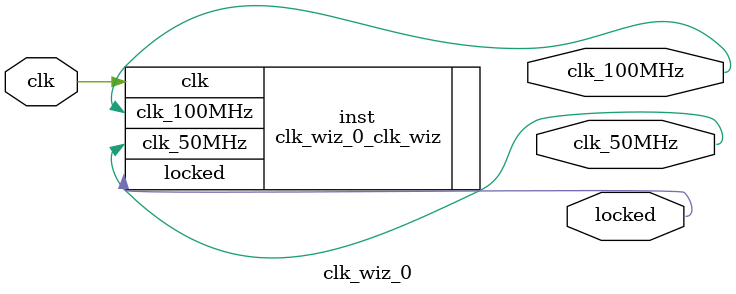
<source format=v>


`timescale 1ps/1ps

(* CORE_GENERATION_INFO = "clk_wiz_0,clk_wiz_v6_0_9_0_0,{component_name=clk_wiz_0,use_phase_alignment=true,use_min_o_jitter=false,use_max_i_jitter=false,use_dyn_phase_shift=false,use_inclk_switchover=false,use_dyn_reconfig=false,enable_axi=0,feedback_source=FDBK_AUTO,PRIMITIVE=MMCM,num_out_clk=2,clkin1_period=10.000,clkin2_period=10.000,use_power_down=false,use_reset=false,use_locked=true,use_inclk_stopped=false,feedback_type=SINGLE,CLOCK_MGR_TYPE=NA,manual_override=false}" *)

module clk_wiz_0 
 (
  // Clock out ports
  output        clk_100MHz,
  output        clk_50MHz,
  // Status and control signals
  output        locked,
 // Clock in ports
  input         clk
 );

  clk_wiz_0_clk_wiz inst
  (
  // Clock out ports  
  .clk_100MHz(clk_100MHz),
  .clk_50MHz(clk_50MHz),
  // Status and control signals               
  .locked(locked),
 // Clock in ports
  .clk(clk)
  );

endmodule

</source>
